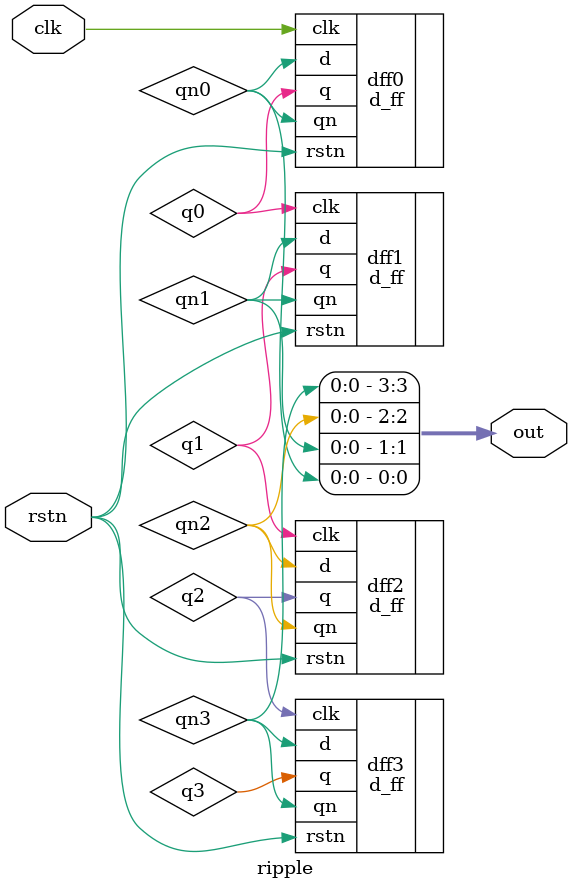
<source format=v>
module ripple ( input clk,  
                input rstn,  
                output [3:0] out);  
   wire  q0;  
   wire  qn0;  
   wire  q1;  
   wire  qn1;  
   wire  q2;  
   wire  qn2;  
   wire  q3;  
   wire  qn3;  
  
   d_ff   dff0 ( .d (qn0),  
                .clk (clk),  
                .rstn (rstn),  
                .q (q0),  
                .qn (qn0));  
  
   d_ff   dff1 ( .d (qn1),  
                .clk (q0),  
                .rstn (rstn),  
                .q (q1),  
                .qn (qn1));  
   d_ff   dff2 ( .d (qn2),  
                .clk (q1),  
                .rstn (rstn),  
                .q (q2),  
                .qn (qn2));  
   d_ff   dff3 ( .d (qn3),  
                .clk (q2),  
                .rstn (rstn),  
                .q (q3),  
                .qn (qn3));  
   assign out = {qn3, qn2, qn1, qn0};  
endmodule  
</source>
